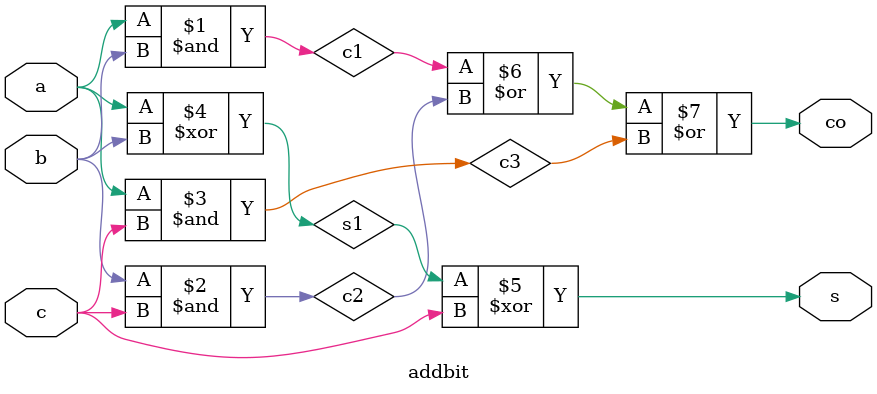
<source format=v>
`timescale 1ns / 1ps
module addbit(
input a,
input b,
input c,
output s,
output co
    );
wire s1,c1,c2,c3;
and (c1,a,b),(c2,b,c),(c3,a,c);
xor(s1,a,b),(s,s1,c);
or(co,c1,c2,c3);

endmodule

</source>
